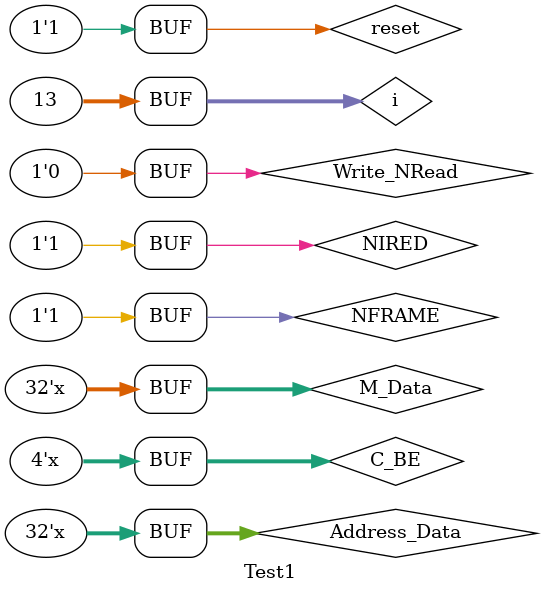
<source format=v>
`timescale 1ns / 1ns

module Test1;

	// Inputs
	reg NFRAME;
	reg NIRED;
	reg [3:0] C_BE;
	reg reset;

	// Outputs
	wire NTRED;
	wire NDEVSEL;
	wire stop;

	// Bidirs
	wire [31:0] Address_Data;
	
	//local control
	reg Write_NRead;
	reg [31:0]M_Data;

	// Instantiate the Unit Under Test (UUT)
	PCI_TARGET uut (
		.reset(reset),
		.clk(clk),
		.stop(stop),
		.Address_Data(Address_Data), 
		.NFRAME(NFRAME), 
		.NIRED(NIRED), 
		.C_BE(C_BE), 
		.NTRED(NTRED), 
		.NDEVSEL(NDEVSEL)
	);
	// Clock instance
	clock clock (clk);
	assign Address_Data = Write_NRead? M_Data :32'bz;
	integer i;
	initial begin 
		NFRAME = 1;
		NIRED = 1;
		C_BE = 0;
		Write_NRead = 0;
		C_BE = 4'bzzzz;
		M_Data = 32'bz;
		reset = 1;
		#40
		// Wait 100 ns for global reset to finish
		//#400;

		reset = 0;
		
		#40
		reset = 1;
		
		// Write command
		#80
		Write_NRead = 1;
		NFRAME = 0;
		C_BE = 4'b0111;
		M_Data = 32'd4294967284;
	
		//1
		#40						
		NIRED = 0;
		M_Data = 32'hffffaaaa;
		C_BE = 4'b0011; 

		//2
		#80
		M_Data = 32'hfff11111;
		C_BE = 4'b1010;
	
		
		for(i = 0; i< 30; i=i+1)
		begin
		if(i == 15)
		begin
		#40;
		end
			#40
			M_Data = M_Data + 20;
			C_BE = C_BE + 2;
		end

	
		#40
		NFRAME = 1;
		C_BE = 4'b1011;
		M_Data = 32'h11111111;

		//the end
		#40
		Write_NRead = 0;
		NIRED = 1;
		C_BE = 4'bzzzz;
		M_Data = 32'bz;
		
		
	

// read 2 byte
		#120
		NFRAME = 0;
		M_Data = 32'd4294967284;
		C_BE = 4'b0110;
		Write_NRead = 1;
		
		#40
		Write_NRead = 0;
		NIRED = 0;
		C_BE = C_BE + 2;
		
		#80
		C_BE = C_BE + 2;
		NFRAME = 1;
		#40
		NIRED = 1;
		C_BE = 4'bzzzz;
		M_Data = 32'bz;

// read 3 to 12
		#160
		NFRAME = 0;
		M_Data = 32'd4294967284;
		C_BE = 4'b0110;
		Write_NRead = 1;
		
		#40
		Write_NRead = 0;
		NIRED = 0;
		C_BE = C_BE + 2;
		
		#80
		C_BE = C_BE + 2;
		#40
		C_BE = 4'b0001;
		#40
		C_BE = 4'b0010;
		#40
		C_BE = 4'b0011;
		#40
		C_BE = 4'b0111;
		#40
		C_BE = 4'b0110;
		#40
		C_BE = 4'b0101;
		NFRAME = 1;
		#40
		NIRED = 1;
		C_BE = 4'bzzzz;
		M_Data = 32'bz;
//read multiple
		#160
		NFRAME = 0;
		M_Data = 32'd4294967284;
		C_BE = 4'b1100;
		Write_NRead = 1;
		
		#40
		Write_NRead = 0;
		NIRED = 0;
		C_BE = C_BE + 2;
		
		#80
		C_BE = C_BE + 2;
	for(i=0;i<13;i=i+1) begin
		#40
		C_BE = C_BE + 2;
	end
		
		#40
		C_BE = 4'b0101;
		NFRAME = 1;
		#40
		NIRED = 1;
		C_BE = 4'bzzzz;
		M_Data = 32'bz;
		
	
	end
      
endmodule

</source>
